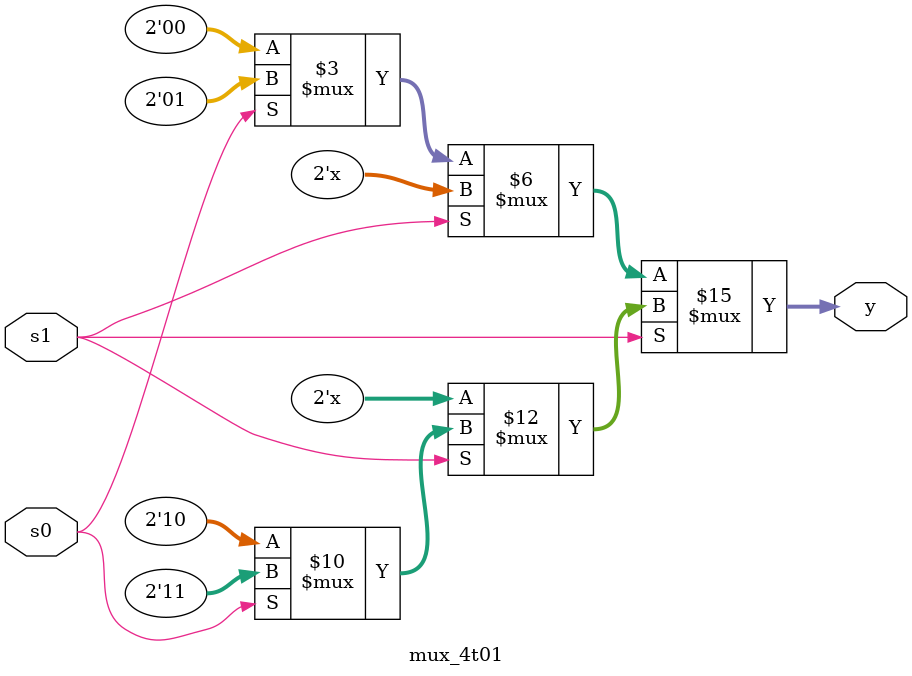
<source format=v>
module mux_4t01(input s1,s0,output reg [1:0] y);
      always@(*) begin 
          if(s1) begin 
              if(s0)
                 y=2'b11;
              else 
                 y=2'b10;
          
          end 
          else begin
              if(s0)
                 y=2'b01;
              else 
                 y=2'b00;
          end 
       end 
endmodule


</source>
